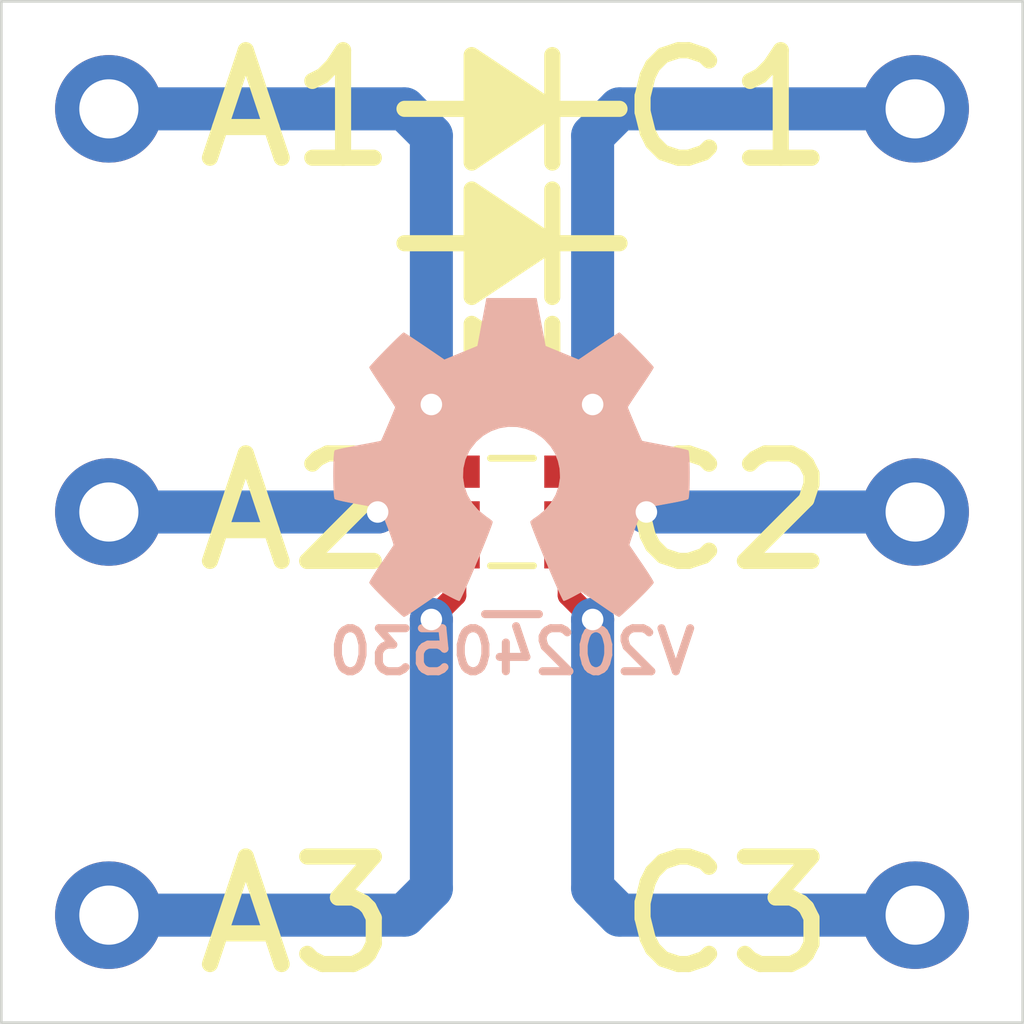
<source format=kicad_pcb>
(kicad_pcb (version 20221018) (generator pcbnew)
  (layers (0 "F.Cu" mixed) (31 "B.Cu" mixed) (34 "B.Paste" user) (35 "F.Paste" user) (36 "B.SilkS" user "B.Silkscreen") (37 "F.SilkS" user "F.Silkscreen") (38 "B.Mask" user) (39 "F.Mask" user) (44 "Edge.Cuts" user))
  (net 0 "")
  (net 1 "Net-(D1-A1)")
  (net 2 "Net-(D1-A2)")
  (net 3 "Net-(D1-A3)")
  (net 4 "Net-(D1-C3)")
  (net 5 "Net-(D1-C2)")
  (net 6 "Net-(D1-C1)")
  (footprint "mill-max:PC_pin_nail_head_6092" (layer "F.Cu") (at 142.5 62.5)
    (fp_text reference "J1")
    (fp_text value "A1" (at 3.5 0) (layer "F.SilkS") (effects (font (size 2 2) (thickness 0.3))))
    (pad "1" thru_hole circle locked (at 0 0) (size 2 2) (drill 1.1) (layers "*.Cu" "*.Mask") (net 1 "Net-(D1-A1)"))
  )
  (footprint "mill-max:PC_pin_nail_head_6092" (layer "F.Cu") (at 142.5 70)
    (fp_text reference "J2")
    (fp_text value "A2" (at 3.5 0) (layer "F.SilkS") (effects (font (size 2 2) (thickness 0.3))))
    (pad "1" thru_hole circle locked (at 0 0) (size 2 2) (drill 1.1) (layers "*.Cu" "*.Mask") (net 2 "Net-(D1-A2)"))
  )
  (footprint "mill-max:PC_pin_nail_head_6092" (layer "F.Cu") (at 142.5 77.5)
    (fp_text reference "J3")
    (fp_text value "A3" (at 3.5 0) (layer "F.SilkS") (effects (font (size 2 2) (thickness 0.3))))
    (pad "1" thru_hole circle locked (at 0 0) (size 2 2) (drill 1.1) (layers "*.Cu" "*.Mask") (net 3 "Net-(D1-A3)"))
  )
  (footprint "mill-max:PC_pin_nail_head_6092" (layer "F.Cu") (at 157.5 70)
    (fp_text reference "J5")
    (fp_text value "C2" (at -3.5 0) (layer "F.SilkS") (effects (font (size 2 2) (thickness 0.3))))
    (pad "1" thru_hole circle locked (at 0 0) (size 2 2) (drill 1.1) (layers "*.Cu" "*.Mask") (net 5 "Net-(D1-C2)"))
  )
  (footprint "mill-max:PC_pin_nail_head_6092" (layer "F.Cu") (at 157.5 62.5)
    (fp_text reference "J6")
    (fp_text value "C1" (at -3.5 0) (layer "F.SilkS") (effects (font (size 2 2) (thickness 0.3))))
    (pad "1" thru_hole circle locked (at 0 0) (size 2 2) (drill 1.1) (layers "*.Cu" "*.Mask") (net 6 "Net-(D1-C1)"))
  )
  (footprint "mill-max:PC_pin_nail_head_6092" (layer "F.Cu") (at 157.5 77.5)
    (fp_text reference "J4")
    (fp_text value "C3" (at -3.5 0) (layer "F.SilkS") (effects (font (size 2 2) (thickness 0.3))))
    (pad "1" thru_hole circle locked (at 0 0) (size 2 2) (drill 1.1) (layers "*.Cu" "*.Mask") (net 4 "Net-(D1-C3)"))
  )
  (footprint "SquantorIC:SOT363-NXP-hand" (layer "F.Cu") (at 150 70)
    (fp_text reference "D1" hide)
    (fp_text value "~" hide)
    (fp_line (start -1.8 -1.3) (end -1.8 -0.8) (stroke (width 0.12)) (layer "F.SilkS"))
    (fp_line (start -1.8 -1.3) (end -1.3 -1.3) (stroke (width 0.12)) (layer "F.SilkS"))
    (fp_line (start -0.4 -1) (end 0.4 -1) (stroke (width 0.127)) (layer "F.SilkS"))
    (fp_line (start -0.4 1) (end 0.4 1) (stroke (width 0.127)) (layer "F.SilkS"))
    (pad "1" smd rect (at -1.05 -0.75 270) (size 0.6 0.9) (layers "F.Cu" "F.Paste" "F.Mask") (net 1 "Net-(D1-A1)"))
    (pad "2" smd rect (at -1.05 0 270) (size 0.4 0.9) (layers "F.Cu" "F.Paste" "F.Mask") (net 2 "Net-(D1-A2)"))
    (pad "3" smd rect (at -1.05 0.75 270) (size 0.6 0.9) (layers "F.Cu" "F.Paste" "F.Mask") (net 3 "Net-(D1-A3)"))
    (pad "4" smd rect (at 1.05 0.75 270) (size 0.6 0.9) (layers "F.Cu" "F.Paste" "F.Mask") (net 4 "Net-(D1-C3)"))
    (pad "5" smd rect (at 1.05 0 270) (size 0.4 0.9) (layers "F.Cu" "F.Paste" "F.Mask") (net 5 "Net-(D1-C2)"))
    (pad "6" smd rect (at 1.05 -0.75 270) (size 0.6 0.9) (layers "F.Cu" "F.Paste" "F.Mask") (net 6 "Net-(D1-C1)"))
  )
  (footprint "Symbol:OSHW-Symbol_6.7x6mm_SilkScreen" (layer "B.Cu") (at 150 69 180)
    (fp_text reference "N2" hide)
    (fp_text value "OHWLOGO" hide)
    (fp_poly (pts (xy 0.555814 2.531069) (xy 0.639635 2.086445) (xy 0.94892 1.958947) (xy 1.258206 1.831449) (xy 1.629246 2.083754) (xy 1.733157 2.154004) (xy 1.827087 2.216728) (xy 1.906652 2.269062) (xy 1.96747 2.308143) (xy 2.005157 2.331107) (xy 2.015421 2.336058) (xy 2.03391 2.323324) (xy 2.07342 2.288118) (xy 2.129522 2.234938) (xy 2.197787 2.168282) (xy 2.273786 2.092646) (xy 2.353092 2.012528) (xy 2.431275 1.932426) (xy 2.503907 1.856836) (xy 2.566559 1.790255) (xy 2.614803 1.737182) (xy 2.64421 1.702113) (xy 2.651241 1.690377) (xy 2.641123 1.66874) (xy 2.612759 1.621338) (xy 2.569129 1.552807) (xy 2.513218 1.467785) (xy 2.448006 1.370907) (xy 2.410219 1.31565) (xy 2.341343 1.214752) (xy 2.28014 1.123701) (xy 2.229578 1.04703) (xy 2.192628 0.989272) (xy 2.172258 0.954957) (xy 2.169197 0.947746) (xy 2.176136 0.927252) (xy 2.195051 0.879487) (xy 2.223087 0.811168) (xy 2.257391 0.729011) (xy 2.295109 0.63973) (xy 2.333387 0.550042) (xy 2.36937 0.466662) (xy 2.400206 0.396306) (xy 2.423039 0.34569) (xy 2.435017 0.321529) (xy 2.435724 0.320578) (xy 2.454531 0.315964) (xy 2.504618 0.305672) (xy 2.580793 0.290713) (xy 2.677865 0.272099) (xy 2.790643 0.250841) (xy 2.856442 0.238582) (xy 2.97695 0.215638) (xy 3.085797 0.193805) (xy 3.177476 0.174278) (xy 3.246481 0.158252) (xy 3.287304 0.146921) (xy 3.295511 0.143326) (xy 3.303548 0.118994) (xy 3.310033 0.064041) (xy 3.31497 -0.015108) (xy 3.318364 -0.112026) (xy 3.320218 -0.220287) (xy 3.320538 -0.333465) (xy 3.319327 -0.445135) (xy 3.31659 -0.548868) (xy 3.312331 -0.638241) (xy 3.306555 -0.706826) (xy 3.299267 -0.748197) (xy 3.294895 -0.75681) (xy 3.268764 -0.767133) (xy 3.213393 -0.781892) (xy 3.136107 -0.799352) (xy 3.04423 -0.81778) (xy 3.012158 -0.823741) (xy 2.857524 -0.852066) (xy 2.735375 -0.874876) (xy 2.641673 -0.89308) (xy 2.572384 -0.907583) (xy 2.523471 -0.919292) (xy 2.490897 -0.929115) (xy 2.470628 -0.937956) (xy 2.458626 -0.946724) (xy 2.456947 -0.948457) (xy 2.440184 -0.976371) (xy 2.414614 -1.030695) (xy 2.382788 -1.104777) (xy 2.34726 -1.191965) (xy 2.310583 -1.285608) (xy 2.275311 -1.379052) (xy 2.243996 -1.465647) (xy 2.219193 -1.53874) (xy 2.203454 -1.591678) (xy 2.199332 -1.617811) (xy 2.199676 -1.618726) (xy 2.213641 -1.640086) (xy 2.245322 -1.687084) (xy 2.291391 -1.754827) (xy 2.348518 -1.838423) (xy 2.413373 -1.932982) (xy 2.431843 -1.959854) (xy 2.497699 -2.057275) (xy 2.55565 -2.146163) (xy 2.602538 -2.221412) (xy 2.635207 -2.27792) (xy 2.6505 -2.310581) (xy 2.651241 -2.314593) (xy 2.638392 -2.335684) (xy 2.602888 -2.377464) (xy 2.549293 -2.435445) (xy 2.482171 -2.505135) (xy 2.406087 -2.582045) (xy 2.325604 -2.661683) (xy 2.245287 -2.739561) (xy 2.169699 -2.811186) (xy 2.103405 -2.87207) (xy 2.050969 -2.917721) (xy 2.016955 -2.94365) (xy 2.007545 -2.947883) (xy 1.985643 -2.937912) (xy 1.9408 -2.91102) (xy 1.880321 -2.871736) (xy 1.833789 -2.840117) (xy 1.749475 -2.782098) (xy 1.649626 -2.713784) (xy 1.549473 -2.645579) (xy 1.495627 -2.609075) (xy 1.313371 -2.4858) (xy 1.160381 -2.56852) (xy 1.090682 -2.604759) (xy 1.031414 -2.632926) (xy 0.991311 -2.648991) (xy 0.981103 -2.651226) (xy 0.968829 -2.634722) (xy 0.944613 -2.588082) (xy 0.910263 -2.515609) (xy 0.867588 -2.421606) (xy 0.818394 -2.310374) (xy 0.76449 -2.186215) (xy 0.707684 -2.053432) (xy 0.649782 -1.916327) (xy 0.592593 -1.779202) (xy 0.537924 -1.646358) (xy 0.487584 -1.522098) (xy 0.44338 -1.410725) (xy 0.407119 -1.316539) (xy 0.380609 -1.243844) (xy 0.365658 -1.196941) (xy 0.363254 -1.180833) (xy 0.382311 -1.160286) (xy 0.424036 -1.126933) (xy 0.479706 -1.087702) (xy 0.484378 -1.084599) (xy 0.628264 -0.969423) (xy 0.744283 -0.835053) (xy 0.83143 -0.685784) (xy 0.888699 -0.525913) (xy 0.915086 -0.359737) (xy 0.909585 -0.191552) (xy 0.87119 -0.025655) (xy 0.798895 0.133658) (xy 0.777626 0.168513) (xy 0.666996 0.309263) (xy 0.536302 0.422286) (xy 0.390064 0.506997) (xy 0.232808 0.562806) (xy 0.069057 0.589126) (xy -0.096667 0.58537) (xy -0.259838 0.55095) (xy -0.415935 0.485277) (xy -0.560433 0.387765) (xy -0.605131 0.348187) (xy -0.718888 0.224297) (xy -0.801782 0.093876) (xy -0.858644 -0.052315) (xy -0.890313 -0.197088) (xy -0.898131 -0.35986) (xy -0.872062 -0.52344) (xy -0.814755 -0.682298) (xy -0.728856 -0.830906) (xy -0.617014 -0.963735) (xy -0.481877 -1.075256) (xy -0.464117 -1.087011) (xy -0.40785 -1.125508) (xy -0.365077 -1.158863) (xy -0.344628 -1.18016) (xy -0.344331 -1.180833) (xy -0.348721 -1.203871) (xy -0.366124 -1.256157) (xy -0.394732 -1.33339) (xy -0.432735 -1.431268) (xy -0.478326 -1.545491) (xy -0.529697 -1.671758) (xy -0.585038 -1.805767) (xy -0.642542 -1.943218) (xy -0.700399 -2.079808) (xy -0.756802 -2.211237) (xy -0.809942 -2.333205) (xy -0.85801 -2.441409) (xy -0.899199 -2.531549) (xy -0.931699 -2.599323) (xy -0.953703 -2.64043) (xy -0.962564 -2.651226) (xy -0.98964 -2.642819) (xy -1.040303 -2.620272) (xy -1.105817 -2.587613) (xy -1.141841 -2.56852) (xy -1.294832 -2.4858) (xy -1.477088 -2.609075) (xy -1.570125 -2.672228) (xy -1.671985 -2.741727) (xy -1.767438 -2.807165) (xy -1.81525 -2.840117) (xy -1.882495 -2.885273) (xy -1.939436 -2.921057) (xy -1.978646 -2.942938) (xy -1.991381 -2.947563) (xy -2.009917 -2.935085) (xy -2.050941 -2.900252) (xy -2.110475 -2.846678) (xy -2.184542 -2.777983) (xy -2.269165 -2.697781) (xy -2.322685 -2.646286) (xy -2.416319 -2.554286) (xy -2.497241 -2.471999) (xy -2.562177 -2.402945) (xy -2.607858 -2.350644) (xy -2.631011 -2.318616) (xy -2.633232 -2.312116) (xy -2.622924 -2.287394) (xy -2.594439 -2.237405) (xy -2.550937 -2.167212) (xy -2.495577 -2.081875) (xy -2.43152 -1.986456) (xy -2.413303 -1.959854) (xy -2.346927 -1.863167) (xy -2.287378 -1.776117) (xy -2.237984 -1.703595) (xy -2.202075 -1.650493) (xy -2.182981 -1.621703) (xy -2.181136 -1.618726) (xy -2.183895 -1.595782) (xy -2.198538 -1.545336) (xy -2.222513 -1.474041) (xy -2.253266 -1.388547) (xy -2.288244 -1.295507) (xy -2.324893 -1.201574) (xy -2.360661 -1.113399) (xy -2.392994 -1.037634) (xy -2.419338 -0.980931) (xy -2.437142 -0.949943) (xy -2.438407 -0.948457) (xy -2.449294 -0.939601) (xy -2.467682 -0.930843) (xy -2.497606 -0.921277) (xy -2.543103 -0.909996) (xy -2.608209 -0.896093) (xy -2.696961 -0.878663) (xy -2.813393 -0.856798) (xy -2.961542 -0.829591) (xy -2.993618 -0.823741) (xy -3.088686 -0.805374) (xy -3.171565 -0.787405) (xy -3.23493 -0.771569) (xy -3.271458 -0.7596) (xy -3.276356 -0.75681) (xy -3.284427 -0.732072) (xy -3.290987 -0.67679) (xy -3.296033 -0.597389) (xy -3.299559 -0.500296) (xy -3.301561 -0.391938) (xy -3.302036 -0.27874) (xy -3.300977 -0.167128) (xy -3.298382 -0.063529) (xy -3.294246 0.025632) (xy -3.288563 0.093928) (xy -3.281331 0.134934) (xy -3.276971 0.143326) (xy -3.252698 0.151792) (xy -3.197426 0.165565) (xy -3.116662 0.18345) (xy -3.015912 0.204252) (xy -2.900683 0.226777) (xy -2.837902 0.238582) (xy -2.718787 0.260849) (xy -2.612565 0.281021) (xy -2.524427 0.298085) (xy -2.459566 0.311031) (xy -2.423174 0.318845) (xy -2.417184 0.320578) (xy -2.407061 0.34011) (xy -2.385662 0.387157) (xy -2.355839 0.454997) (xy -2.320445 0.536909) (xy -2.282332 0.626172) (xy -2.244353 0.716065) (xy -2.20936 0.799865) (xy -2.180206 0.870853) (xy -2.159743 0.922306) (xy -2.150823 0.947503) (xy -2.150657 0.948604) (xy -2.160769 0.968481) (xy -2.189117 1.014223) (xy -2.232723 1.081283) (xy -2.288606 1.165116) (xy -2.353787 1.261174) (xy -2.391679 1.31635) (xy -2.460725 1.417519) (xy -2.52205 1.50937) (xy -2.572663 1.587256) (xy -2.609571 1.646531) (xy -2.629782 1.682549) (xy -2.632701 1.690623) (xy -2.620153 1.709416) (xy -2.585463 1.749543) (xy -2.533063 1.806507) (xy -2.467384 1.875815) (xy -2.392856 1.952969) (xy -2.313913 2.033475) (xy -2.234983 2.112837) (xy -2.1605 2.18656) (xy -2.094894 2.250148) (xy -2.042596 2.299106) (xy -2.008039 2.328939) (xy -1.996478 2.336058) (xy -1.977654 2.326047) (xy -1.932631 2.297922) (xy -1.865787 2.254546) (xy -1.781499 2.198782) (xy -1.684144 2.133494) (xy -1.610707 2.083754) (xy -1.239667 1.831449) (xy -0.621095 2.086445) (xy -0.537275 2.531069) (xy -0.453454 2.975693) (xy 0.471994 2.975693) (xy 0.555814 2.531069)) (stroke (width 0.01)) (fill solid) (layer "B.SilkS"))
  )
  (footprint "SquantorLabels:Label_Generic" (layer "B.Cu") (at 150 72.5)
    (fp_text reference "N1" hide)
    (fp_text value "V20240530" (at 0 0.1) (layer "B.SilkS") (effects (font (size 0.8 0.8)) (justify mirror)))
    (fp_line (start -0.5 -0.6) (end 0.5 -0.6) (stroke (width 0.15)) (layer "B.SilkS"))
  )
  (gr_line (start 150.75 66.5) (end 150.75 68.5) (stroke (width 0.3)) (layer "F.SilkS"))
  (gr_line (start 148 62.5) (end 152 62.5) (stroke (width 0.3)) (layer "F.SilkS"))
  (gr_poly (pts (xy 150.75 67.5) (xy 149.25 66.5) (xy 149.25 68.5)) (stroke (width 0.3)) (fill solid) (layer "F.SilkS"))
  (gr_line (start 148 67.5) (end 152 67.5) (stroke (width 0.3)) (layer "F.SilkS"))
  (gr_poly (pts (xy 150.75 65) (xy 149.25 64) (xy 149.25 66)) (stroke (width 0.3)) (fill solid) (layer "F.SilkS"))
  (gr_line (start 148 65) (end 152 65) (stroke (width 0.3)) (layer "F.SilkS"))
  (gr_line (start 150.75 61.5) (end 150.75 63.5) (stroke (width 0.3)) (layer "F.SilkS"))
  (gr_poly (pts (xy 150.75 62.5) (xy 149.25 61.5) (xy 149.25 63.5)) (stroke (width 0.3)) (fill solid) (layer "F.SilkS"))
  (gr_line (start 150.75 64) (end 150.75 66) (stroke (width 0.3)) (layer "F.SilkS"))
  (gr_line (start 140.5 79.5) (end 159.5 79.5) (stroke (width 0.05)) (layer "Edge.Cuts"))
  (gr_line (start 159.5 60.5) (end 159.5 79.5) (stroke (width 0.05)) (layer "Edge.Cuts"))
  (gr_line (start 159.5 60.5) (end 140.5 60.5) (stroke (width 0.05)) (layer "Edge.Cuts"))
  (gr_line (start 140.5 79.5) (end 140.5 60.5) (stroke (width 0.05)) (layer "Edge.Cuts"))
  (segment (start 148.95 68.45) (end 148.5 68) (width 0.4) (layer "F.Cu") (net 1))
  (segment (start 148.95 69.25) (end 148.95 68.45) (width 0.4) (layer "F.Cu") (net 1))
  (via (at 148.5 68) (size 0.8) (drill 0.4) (layers "F.Cu" "B.Cu") (net 1))
  (segment (start 142.5 62.5) (end 148 62.5) (width 0.8) (layer "B.Cu") (net 1))
  (segment (start 148 62.5) (end 148.5 63) (width 0.8) (layer "B.Cu") (net 1))
  (segment (start 148.5 63) (end 148.5 68) (width 0.8) (layer "B.Cu") (net 1))
  (segment (start 148.95 70) (end 147.5 70) (width 0.4) (layer "F.Cu") (net 2))
  (via (at 147.5 70) (size 0.8) (drill 0.4) (layers "F.Cu" "B.Cu") (net 2))
  (segment (start 142.5 70) (end 147.5 70) (width 0.8) (layer "B.Cu") (net 2))
  (segment (start 148.95 71.55) (end 148.5 72) (width 0.4) (layer "F.Cu") (net 3))
  (segment (start 148.95 70.75) (end 148.95 71.55) (width 0.4) (layer "F.Cu") (net 3))
  (via (at 148.5 72) (size 0.8) (drill 0.4) (layers "F.Cu" "B.Cu") (net 3))
  (segment (start 142.5 77.5) (end 148 77.5) (width 0.8) (layer "B.Cu") (net 3))
  (segment (start 148.5 77) (end 148.5 72) (width 0.8) (layer "B.Cu") (net 3))
  (segment (start 148 77.5) (end 148.5 77) (width 0.8) (layer "B.Cu") (net 3))
  (segment (start 151.05 71.55) (end 151.5 72) (width 0.4) (layer "F.Cu") (net 4))
  (segment (start 151.05 70.75) (end 151.05 71.55) (width 0.4) (layer "F.Cu") (net 4))
  (via (at 151.5 72) (size 0.8) (drill 0.4) (layers "F.Cu" "B.Cu") (net 4))
  (segment (start 151.5 77) (end 151.5 72) (width 0.8) (layer "B.Cu") (net 4))
  (segment (start 152 77.5) (end 151.5 77) (width 0.8) (layer "B.Cu") (net 4))
  (segment (start 157.5 77.5) (end 152 77.5) (width 0.8) (layer "B.Cu") (net 4))
  (segment (start 151.05 70) (end 152.5 70) (width 0.4) (layer "F.Cu") (net 5))
  (via (at 152.5 70) (size 0.8) (drill 0.4) (layers "F.Cu" "B.Cu") (net 5))
  (segment (start 157.5 70) (end 152.5 70) (width 0.8) (layer "B.Cu") (net 5))
  (segment (start 151.05 69.25) (end 151.05 68.45) (width 0.4) (layer "F.Cu") (net 6))
  (segment (start 151.05 68.45) (end 151.5 68) (width 0.4) (layer "F.Cu") (net 6))
  (via (at 151.5 68) (size 0.8) (drill 0.4) (layers "F.Cu" "B.Cu") (net 6))
  (segment (start 151.5 63) (end 151.5 68) (width 0.8) (layer "B.Cu") (net 6))
  (segment (start 152 62.5) (end 151.5 63) (width 0.8) (layer "B.Cu") (net 6))
  (segment (start 157.5 62.5) (end 152 62.5) (width 0.8) (layer "B.Cu") (net 6))
)
</source>
